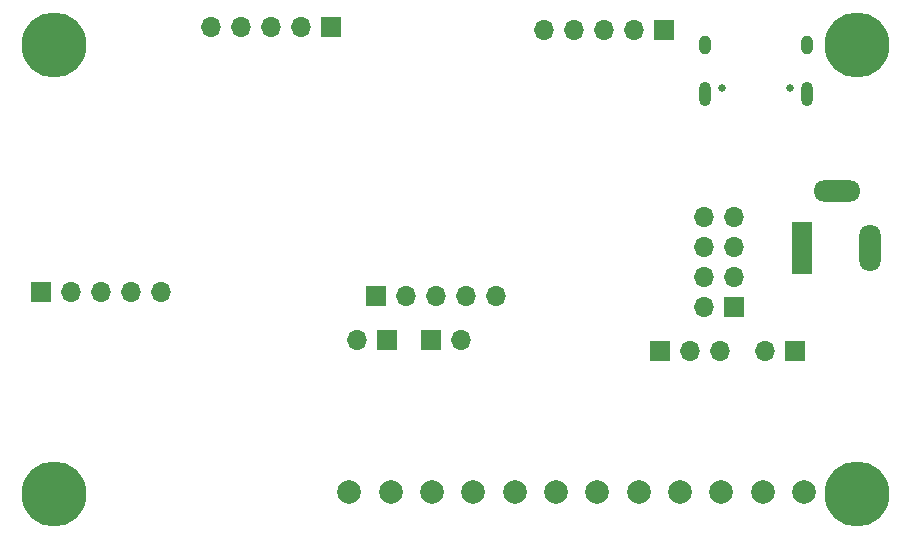
<source format=gbs>
G04 #@! TF.GenerationSoftware,KiCad,Pcbnew,7.0.2-0*
G04 #@! TF.CreationDate,2023-12-31T00:12:16-06:00*
G04 #@! TF.ProjectId,spudglo_driver_v6p0,73707564-676c-46f5-9f64-72697665725f,rev?*
G04 #@! TF.SameCoordinates,Original*
G04 #@! TF.FileFunction,Soldermask,Bot*
G04 #@! TF.FilePolarity,Negative*
%FSLAX46Y46*%
G04 Gerber Fmt 4.6, Leading zero omitted, Abs format (unit mm)*
G04 Created by KiCad (PCBNEW 7.0.2-0) date 2023-12-31 00:12:16*
%MOMM*%
%LPD*%
G01*
G04 APERTURE LIST*
%ADD10R,1.700000X1.700000*%
%ADD11O,1.700000X1.700000*%
%ADD12C,5.500000*%
%ADD13C,2.000000*%
%ADD14R,1.800000X4.400000*%
%ADD15O,1.800000X4.000000*%
%ADD16O,4.000000X1.800000*%
%ADD17C,0.650000*%
%ADD18O,1.000000X2.100000*%
%ADD19O,1.000000X1.600000*%
G04 APERTURE END LIST*
D10*
X70495000Y-157910000D03*
D11*
X73035000Y-157910000D03*
X75575000Y-157910000D03*
X78115000Y-157910000D03*
X80655000Y-157910000D03*
D10*
X99770000Y-161950000D03*
D11*
X97230000Y-161950000D03*
D10*
X94966954Y-135413294D03*
D11*
X92426954Y-135413294D03*
X89886954Y-135413294D03*
X87346954Y-135413294D03*
X84806954Y-135413294D03*
D12*
X139570812Y-174950000D03*
D10*
X134310000Y-162890000D03*
D11*
X131770000Y-162890000D03*
D10*
X123230048Y-135719976D03*
D11*
X120690048Y-135719976D03*
X118150048Y-135719976D03*
X115610048Y-135719976D03*
X113070048Y-135719976D03*
D13*
X135065818Y-174766982D03*
X131565818Y-174766982D03*
X128065818Y-174766982D03*
X124565818Y-174766982D03*
X121065818Y-174766982D03*
X117565818Y-174766982D03*
X114065818Y-174766982D03*
X110565818Y-174766982D03*
X107065818Y-174766982D03*
X103565818Y-174766982D03*
X100065818Y-174766982D03*
X96565818Y-174766982D03*
D10*
X129090000Y-159130000D03*
D11*
X126550000Y-159130000D03*
X129090000Y-156590000D03*
X126550000Y-156590000D03*
X129090000Y-154050000D03*
X126550000Y-154050000D03*
X129090000Y-151510000D03*
X126550000Y-151510000D03*
D12*
X139570812Y-136950000D03*
D10*
X122890000Y-162880000D03*
D11*
X125430000Y-162880000D03*
X127970000Y-162880000D03*
D14*
X134850000Y-154160000D03*
D15*
X140650000Y-154160000D03*
D16*
X137850000Y-149360000D03*
D17*
X133850000Y-140590000D03*
X128070000Y-140590000D03*
D18*
X135280000Y-141120000D03*
D19*
X135280000Y-136940000D03*
D18*
X126640000Y-141120000D03*
D19*
X126640000Y-136940000D03*
D10*
X98839924Y-158180928D03*
D11*
X101379924Y-158180928D03*
X103919924Y-158180928D03*
X106459924Y-158180928D03*
X108999924Y-158180928D03*
D10*
X103480000Y-161920000D03*
D11*
X106020000Y-161920000D03*
D12*
X71570812Y-174950000D03*
X71570812Y-136950000D03*
M02*

</source>
